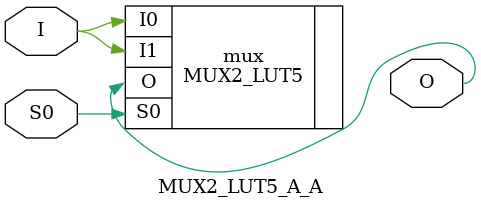
<source format=v>
`default_nettype none
module MUX2_LUT5_A_A(
	output wire O,
	input wire I,
	input wire S0);

	MUX2_LUT5 mux(
		.I0(I),
		.I1(I),
		.O(O),
		.S0(S0));
endmodule



</source>
